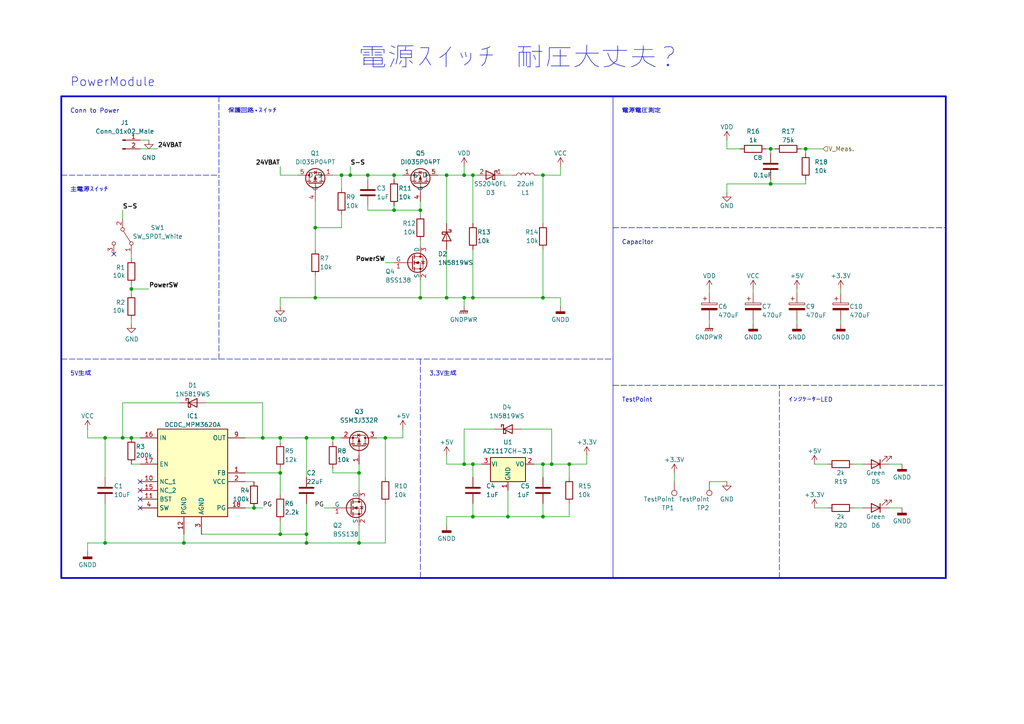
<source format=kicad_sch>
(kicad_sch (version 20230121) (generator eeschema)
  (paper "A4")
  (lib_symbols
    (symbol "AON6411_1"
      (property "Reference" "Q" (at 5.08 1.905 0))
      (property "Value" "AON6411" (at 5.08 0 0))
      (symbol "AON6411_1_0_1"
        (polyline (pts (xy 0.254 0) (xy -2.54 0)))
        (polyline (pts (xy 0.254 1.905) (xy 0.254 -1.905)) (stroke (width 0.254)))
        (polyline (pts (xy 0.762 -1.27) (xy 0.762 -2.286)) (stroke (width 0.254)))
        (polyline (pts (xy 0.762 0.508) (xy 0.762 -0.508)) (stroke (width 0.254)))
        (polyline (pts (xy 0.762 2.286) (xy 0.762 1.27)) (stroke (width 0.254)))
        (polyline (pts (xy 2.54 2.54) (xy 2.54 1.778)))
        (polyline (pts (xy 2.54 -2.54) (xy 2.54 0) (xy 0.762 0)))
        (polyline (pts (xy 0.762 1.778) (xy 3.302 1.778) (xy 3.302 -1.778) (xy 0.762 -1.778)))
        (polyline (pts (xy 2.286 0) (xy 1.27 0.381) (xy 1.27 -0.381) (xy 2.286 0)) (fill (type outline)))
        (polyline (pts (xy 2.794 -0.508) (xy 2.921 -0.381) (xy 3.683 -0.381) (xy 3.81 -0.254)))
        (polyline (pts (xy 3.302 -0.381) (xy 2.921 0.254) (xy 3.683 0.254) (xy 3.302 -0.381)))
        (circle (center 1.651 0) (radius 2.794) (stroke (width 0.254)))
        (circle (center 2.54 -1.778) (radius 0.254) (fill (type outline)))
        (circle (center 2.54 1.778) (radius 0.254) (fill (type outline)))
      )
      (symbol "AON6411_1_1_1"
        (pin passive line (at 2.54 -5.08 90) (length 2.54) (name "S") (number "1"))
        (pin passive line (at 2.54 -5.08 90) (length 2.54) hide (name "S") (number "2"))
        (pin passive line (at 2.54 -5.08 90) (length 2.54) hide (name "S") (number "3"))
        (pin input line (at -5.08 0 0) (length 2.54) (name "G") (number "4"))
        (pin passive line (at 2.54 5.08 270) (length 2.54) (name "D") (number "5"))
      )
    )
    (symbol "Connector:Conn_01x02_Male" (pin_names (offset 1.016) hide)
      (property "Reference" "J" (at 0 2.54 0))
      (property "Value" "Conn_01x02_Male" (at 0 -5.08 0))
      (symbol "Conn_01x02_Male_1_1"
        (polyline (pts (xy 1.27 -2.54) (xy 0.8636 -2.54)) (stroke (width 0.1524)))
        (polyline (pts (xy 1.27 0) (xy 0.8636 0)) (stroke (width 0.1524)))
        (rectangle (start 0.8636 -2.413) (end 0 -2.667) (stroke (width 0.1524)) (fill (type outline)))
        (rectangle (start 0.8636 0.127) (end 0 -0.127) (stroke (width 0.1524)) (fill (type outline)))
        (pin passive line (at 5.08 0 180) (length 3.81) (name "Pin_1") (number "1"))
        (pin passive line (at 5.08 -2.54 180) (length 3.81) (name "Pin_2") (number "2"))
      )
    )
    (symbol "Connector:TestPoint" (pin_numbers hide) (pin_names (offset 0.762) hide)
      (property "Reference" "TP" (at 0 6.858 0))
      (property "Value" "TestPoint" (at 0 5.08 0))
      (symbol "TestPoint_0_1"
        (circle (center 0 3.302) (radius 0.762))
      )
      (symbol "TestPoint_1_1"
        (pin passive line (at 0 0 90) (length 2.54) (name "1") (number "1"))
      )
    )
    (symbol "D_Schottky_3" (pin_numbers hide) (pin_names (offset 1.016) hide)
      (property "Reference" "D" (at 0 2.54 0))
      (property "Value" "D_Schottky_3" (at 0 -2.54 0))
      (symbol "D_Schottky_3_0_1"
        (polyline (pts (xy 1.27 0) (xy -1.27 0)))
        (polyline (pts (xy 1.27 1.27) (xy 1.27 -1.27) (xy -1.27 0) (xy 1.27 1.27)) (stroke (width 0.254)))
        (polyline (pts (xy -1.905 0.635) (xy -1.905 1.27) (xy -1.27 1.27) (xy -1.27 -1.27) (xy -0.635 -1.27) (xy -0.635 -0.635)) (stroke (width 0.254)))
      )
      (symbol "D_Schottky_3_1_1"
        (pin passive line (at -3.81 0 0) (length 2.54) (name "K") (number "1"))
        (pin passive line (at 3.81 0 180) (length 2.54) (name "A") (number "2"))
      )
    )
    (symbol "Device:C" (pin_numbers hide) (pin_names (offset 0.254))
      (property "Reference" "C" (at 0.635 2.54 0))
      (property "Value" "C" (at 0.635 -2.54 0))
      (symbol "C_0_1"
        (polyline (pts (xy -2.032 -0.762) (xy 2.032 -0.762)) (stroke (width 0.508)))
        (polyline (pts (xy -2.032 0.762) (xy 2.032 0.762)) (stroke (width 0.508)))
      )
      (symbol "C_1_1"
        (pin passive line (at 0 3.81 270) (length 2.794) (name "~") (number "1"))
        (pin passive line (at 0 -3.81 90) (length 2.794) (name "~") (number "2"))
      )
    )
    (symbol "Device:C_Polarized" (pin_numbers hide) (pin_names (offset 0.254))
      (property "Reference" "C" (at 0.635 2.54 0))
      (property "Value" "C_Polarized" (at 0.635 -2.54 0))
      (symbol "C_Polarized_0_1"
        (rectangle (start -2.286 0.508) (end 2.286 1.016))
        (polyline (pts (xy -1.778 2.286) (xy -0.762 2.286)))
        (polyline (pts (xy -1.27 2.794) (xy -1.27 1.778)))
        (rectangle (start 2.286 -0.508) (end -2.286 -1.016) (fill (type outline)))
      )
      (symbol "C_Polarized_1_1"
        (pin passive line (at 0 3.81 270) (length 2.794) (name "~") (number "1"))
        (pin passive line (at 0 -3.81 90) (length 2.794) (name "~") (number "2"))
      )
    )
    (symbol "Device:D_Schottky" (pin_names (offset 1.016) hide)
      (property "Reference" "D" (at 0 2.54 0))
      (property "Value" "D_Schottky" (at 0 -2.54 0))
      (symbol "D_Schottky_0_1"
        (polyline (pts (xy 1.27 0) (xy -1.27 0)))
        (polyline (pts (xy 1.27 1.27) (xy 1.27 -1.27) (xy -1.27 0) (xy 1.27 1.27)) (stroke (width 0.254)))
        (polyline (pts (xy -1.905 0.635) (xy -1.905 1.27) (xy -1.27 1.27) (xy -1.27 -1.27) (xy -0.635 -1.27) (xy -0.635 -0.635)) (stroke (width 0.254)))
      )
      (symbol "D_Schottky_1_1"
        (pin passive line (at -3.81 0 0) (length 2.54) (name "K") (number "1"))
        (pin passive line (at 3.81 0 180) (length 2.54) (name "A") (number "2"))
      )
    )
    (symbol "Device:L" (pin_numbers hide) (pin_names (offset 1.016) hide)
      (property "Reference" "L" (at -1.27 0 90))
      (property "Value" "L" (at 1.905 0 90))
      (symbol "L_0_1"
        (arc (start 0 -2.54) (mid 0.6323 -1.905) (end 0 -1.27))
        (arc (start 0 -1.27) (mid 0.6323 -0.635) (end 0 0))
        (arc (start 0 0) (mid 0.6323 0.635) (end 0 1.27))
        (arc (start 0 1.27) (mid 0.6323 1.905) (end 0 2.54))
      )
      (symbol "L_1_1"
        (pin passive line (at 0 3.81 270) (length 1.27) (name "1") (number "1"))
        (pin passive line (at 0 -3.81 90) (length 1.27) (name "2") (number "2"))
      )
    )
    (symbol "Device:LED" (pin_numbers hide) (pin_names (offset 1.016) hide)
      (property "Reference" "D" (at 0 2.54 0))
      (property "Value" "LED" (at 0 -2.54 0))
      (symbol "LED_0_1"
        (polyline (pts (xy -1.27 -1.27) (xy -1.27 1.27)) (stroke (width 0.254)))
        (polyline (pts (xy -1.27 0) (xy 1.27 0)))
        (polyline (pts (xy 1.27 -1.27) (xy 1.27 1.27) (xy -1.27 0) (xy 1.27 -1.27)) (stroke (width 0.254)))
        (polyline (pts (xy -3.048 -0.762) (xy -4.572 -2.286) (xy -3.81 -2.286) (xy -4.572 -2.286) (xy -4.572 -1.524)))
        (polyline (pts (xy -1.778 -0.762) (xy -3.302 -2.286) (xy -2.54 -2.286) (xy -3.302 -2.286) (xy -3.302 -1.524)))
      )
      (symbol "LED_1_1"
        (pin passive line (at -3.81 0 0) (length 2.54) (name "K") (number "1"))
        (pin passive line (at 3.81 0 180) (length 2.54) (name "A") (number "2"))
      )
    )
    (symbol "Device:Q_PMOS_GSD" (pin_names (offset 0) hide)
      (property "Reference" "Q" (at 5.08 1.27 0))
      (property "Value" "Q_PMOS_GSD" (at 5.08 -1.27 0))
      (symbol "Q_PMOS_GSD_0_1"
        (polyline (pts (xy 0.254 0) (xy -2.54 0)))
        (polyline (pts (xy 0.254 1.905) (xy 0.254 -1.905)) (stroke (width 0.254)))
        (polyline (pts (xy 0.762 -1.27) (xy 0.762 -2.286)) (stroke (width 0.254)))
        (polyline (pts (xy 0.762 0.508) (xy 0.762 -0.508)) (stroke (width 0.254)))
        (polyline (pts (xy 0.762 2.286) (xy 0.762 1.27)) (stroke (width 0.254)))
        (polyline (pts (xy 2.54 2.54) (xy 2.54 1.778)))
        (polyline (pts (xy 2.54 -2.54) (xy 2.54 0) (xy 0.762 0)))
        (polyline (pts (xy 0.762 1.778) (xy 3.302 1.778) (xy 3.302 -1.778) (xy 0.762 -1.778)))
        (polyline (pts (xy 2.286 0) (xy 1.27 0.381) (xy 1.27 -0.381) (xy 2.286 0)) (fill (type outline)))
        (polyline (pts (xy 2.794 -0.508) (xy 2.921 -0.381) (xy 3.683 -0.381) (xy 3.81 -0.254)))
        (polyline (pts (xy 3.302 -0.381) (xy 2.921 0.254) (xy 3.683 0.254) (xy 3.302 -0.381)))
        (circle (center 1.651 0) (radius 2.794) (stroke (width 0.254)))
        (circle (center 2.54 -1.778) (radius 0.254) (fill (type outline)))
        (circle (center 2.54 1.778) (radius 0.254) (fill (type outline)))
      )
      (symbol "Q_PMOS_GSD_1_1"
        (pin input line (at -5.08 0 0) (length 2.54) (name "G") (number "1"))
        (pin passive line (at 2.54 -5.08 90) (length 2.54) (name "S") (number "2"))
        (pin passive line (at 2.54 5.08 270) (length 2.54) (name "D") (number "3"))
      )
    )
    (symbol "Device:R" (pin_numbers hide) (pin_names (offset 0))
      (property "Reference" "R" (at 2.032 0 90))
      (property "Value" "R" (at 0 0 90))
      (symbol "R_0_1"
        (rectangle (start -1.016 -2.54) (end 1.016 2.54) (stroke (width 0.254)))
      )
      (symbol "R_1_1"
        (pin passive line (at 0 3.81 270) (length 1.27) (name "~") (number "1"))
        (pin passive line (at 0 -3.81 90) (length 1.27) (name "~") (number "2"))
      )
    )
    (symbol "MyLibrary:DCDC_MPM3620A"
      (property "Reference" "IC" (at 6.35 5.08 0))
      (property "Value" "DCDC_MPM3620A" (at 6.35 2.54 0))
      (symbol "DCDC_MPM3620A_1_1"
        (rectangle (start 5.08 0) (end 25.4 -25.4) (stroke (width 0.254)) (fill (type background)))
        (pin passive line (at 30.48 -12.7 180) (length 5.08) (name "FB") (number "1"))
        (pin passive line (at 0 -15.24 0) (length 5.08) (name "NC_1") (number "10"))
        (pin passive line (at 0 -20.32 0) (length 5.08) (name "BST") (number "11"))
        (pin passive line (at 12.7 -30.48 90) (length 5.08) (name "PGND") (number "12"))
        (pin passive line (at 12.7 -30.48 90) (length 5.08) hide (name "PGND_2") (number "13"))
        (pin passive line (at 12.7 -30.48 90) (length 5.08) hide (name "PGND_3") (number "14"))
        (pin passive line (at 0 -17.78 0) (length 5.08) (name "NC_2") (number "15"))
        (pin passive line (at 0 -2.54 0) (length 5.08) (name "IN") (number "16"))
        (pin passive line (at 0 -10.16 0) (length 5.08) (name "EN") (number "17"))
        (pin passive line (at 30.48 -22.86 180) (length 5.08) (name "PG") (number "18"))
        (pin passive line (at 30.48 -15.24 180) (length 5.08) (name "VCC") (number "2"))
        (pin passive line (at 17.78 -30.48 90) (length 5.08) (name "AGND") (number "3"))
        (pin passive line (at 0 -22.86 0) (length 5.08) (name "SW") (number "4"))
        (pin passive line (at 30.48 -2.54 180) (length 5.08) (name "OUT") (number "9"))
      )
    )
    (symbol "Q_NMOS_GSD_1" (pin_names (offset 0))
      (property "Reference" "Q" (at 5.08 1.27 0))
      (property "Value" "Q_NMOS_GSD_1" (at 5.08 -1.27 0))
      (symbol "Q_NMOS_GSD_1_0_1"
        (polyline (pts (xy 0.254 0) (xy -2.54 0)))
        (polyline (pts (xy 0.254 1.905) (xy 0.254 -1.905)) (stroke (width 0.254)))
        (polyline (pts (xy 0.762 -1.27) (xy 0.762 -2.286)) (stroke (width 0.254)))
        (polyline (pts (xy 0.762 0.508) (xy 0.762 -0.508)) (stroke (width 0.254)))
        (polyline (pts (xy 0.762 2.286) (xy 0.762 1.27)) (stroke (width 0.254)))
        (polyline (pts (xy 2.54 2.54) (xy 2.54 1.778)))
        (polyline (pts (xy 2.54 -2.54) (xy 2.54 0) (xy 0.762 0)))
        (polyline (pts (xy 0.762 -1.778) (xy 3.302 -1.778) (xy 3.302 1.778) (xy 0.762 1.778)))
        (polyline (pts (xy 1.016 0) (xy 2.032 0.381) (xy 2.032 -0.381) (xy 1.016 0)) (fill (type outline)))
        (polyline (pts (xy 2.794 0.508) (xy 2.921 0.381) (xy 3.683 0.381) (xy 3.81 0.254)))
        (polyline (pts (xy 3.302 0.381) (xy 2.921 -0.254) (xy 3.683 -0.254) (xy 3.302 0.381)))
        (circle (center 1.651 0) (radius 2.794) (stroke (width 0.254)))
        (circle (center 2.54 -1.778) (radius 0.254) (fill (type outline)))
        (circle (center 2.54 1.778) (radius 0.254) (fill (type outline)))
      )
      (symbol "Q_NMOS_GSD_1_1_1"
        (pin input line (at -5.08 0 0) (length 2.54) (name "G") (number "1"))
        (pin passive line (at 2.54 -5.08 90) (length 2.54) (name "S") (number "2"))
        (pin passive line (at 2.54 5.08 270) (length 2.54) (name "D") (number "3"))
      )
    )
    (symbol "Regulator_Linear:AMS1117CD-3.3" (pin_names (offset 0.254))
      (property "Reference" "U" (at -3.81 3.175 0))
      (property "Value" "AMS1117CD-3.3" (at 0 3.175 0))
      (symbol "AMS1117CD-3.3_0_1"
        (rectangle (start -5.08 -5.08) (end 5.08 1.905) (stroke (width 0.254)) (fill (type background)))
      )
      (symbol "AMS1117CD-3.3_1_1"
        (pin power_in line (at 0 -7.62 90) (length 2.54) (name "GND") (number "1"))
        (pin power_out line (at 7.62 0 180) (length 2.54) (name "VO") (number "2"))
        (pin power_in line (at -7.62 0 0) (length 2.54) (name "VI") (number "3"))
      )
    )
    (symbol "Switch:SW_SPDT" (pin_names (offset 0) hide)
      (property "Reference" "SW" (at 0 4.318 0))
      (property "Value" "SW_SPDT" (at 0 -5.08 0))
      (symbol "SW_SPDT_0_0"
        (circle (center -2.032 0) (radius 0.508))
        (circle (center 2.032 -2.54) (radius 0.508))
      )
      (symbol "SW_SPDT_0_1"
        (polyline (pts (xy -1.524 0.254) (xy 1.651 2.286)))
        (circle (center 2.032 2.54) (radius 0.508))
      )
      (symbol "SW_SPDT_1_1"
        (pin passive line (at 5.08 2.54 180) (length 2.54) (name "A") (number "1"))
        (pin passive line (at -5.08 0 0) (length 2.54) (name "B") (number "2"))
        (pin passive line (at 5.08 -2.54 180) (length 2.54) (name "C") (number "3"))
      )
    )
    (symbol "Transistor_FET:AON6411"
      (property "Reference" "Q" (at 5.08 1.905 0))
      (property "Value" "AON6411" (at 5.08 0 0))
      (symbol "AON6411_0_1"
        (polyline (pts (xy 0.254 0) (xy -2.54 0)))
        (polyline (pts (xy 0.254 1.905) (xy 0.254 -1.905)) (stroke (width 0.254)))
        (polyline (pts (xy 0.762 -1.27) (xy 0.762 -2.286)) (stroke (width 0.254)))
        (polyline (pts (xy 0.762 0.508) (xy 0.762 -0.508)) (stroke (width 0.254)))
        (polyline (pts (xy 0.762 2.286) (xy 0.762 1.27)) (stroke (width 0.254)))
        (polyline (pts (xy 2.54 2.54) (xy 2.54 1.778)))
        (polyline (pts (xy 2.54 -2.54) (xy 2.54 0) (xy 0.762 0)))
        (polyline (pts (xy 0.762 1.778) (xy 3.302 1.778) (xy 3.302 -1.778) (xy 0.762 -1.778)))
        (polyline (pts (xy 2.286 0) (xy 1.27 0.381) (xy 1.27 -0.381) (xy 2.286 0)) (fill (type outline)))
        (polyline (pts (xy 2.794 -0.508) (xy 2.921 -0.381) (xy 3.683 -0.381) (xy 3.81 -0.254)))
        (polyline (pts (xy 3.302 -0.381) (xy 2.921 0.254) (xy 3.683 0.254) (xy 3.302 -0.381)))
        (circle (center 1.651 0) (radius 2.794) (stroke (width 0.254)))
        (circle (center 2.54 -1.778) (radius 0.254) (fill (type outline)))
        (circle (center 2.54 1.778) (radius 0.254) (fill (type outline)))
      )
      (symbol "AON6411_1_1"
        (pin passive line (at 2.54 -5.08 90) (length 2.54) (name "S") (number "1"))
        (pin passive line (at 2.54 -5.08 90) (length 2.54) hide (name "S") (number "2"))
        (pin passive line (at 2.54 -5.08 90) (length 2.54) hide (name "S") (number "3"))
        (pin input line (at -5.08 0 0) (length 2.54) (name "G") (number "4"))
        (pin passive line (at 2.54 5.08 270) (length 2.54) (name "D") (number "5"))
      )
    )
    (symbol "power:+3.3V" (power) (pin_names (offset 0))
      (property "Value" "+3.3V" (at 0 3.556 0))
      (symbol "+3.3V_0_1"
        (polyline (pts (xy -0.762 1.27) (xy 0 2.54)))
        (polyline (pts (xy 0 0) (xy 0 2.54)))
        (polyline (pts (xy 0 2.54) (xy 0.762 1.27)))
      )
      (symbol "+3.3V_1_1"
        (pin power_in line (at 0 0 90) (length 0) hide (name "+3.3V") (number "1"))
      )
    )
    (symbol "power:+5V" (power) (pin_names (offset 0))
      (property "Value" "+5V" (at 0 3.556 0))
      (symbol "+5V_0_1"
        (polyline (pts (xy -0.762 1.27) (xy 0 2.54)))
        (polyline (pts (xy 0 0) (xy 0 2.54)))
        (polyline (pts (xy 0 2.54) (xy 0.762 1.27)))
      )
      (symbol "+5V_1_1"
        (pin power_in line (at 0 0 90) (length 0) hide (name "+5V") (number "1"))
      )
    )
    (symbol "power:GND" (power) (pin_names (offset 0))
      (property "Value" "GND" (at 0 -3.81 0))
      (symbol "GND_0_1"
        (polyline (pts (xy 0 0) (xy 0 -1.27) (xy 1.27 -1.27) (xy 0 -2.54) (xy -1.27 -1.27) (xy 0 -1.27)))
      )
      (symbol "GND_1_1"
        (pin power_in line (at 0 0 270) (length 0) hide (name "GND") (number "1"))
      )
    )
    (symbol "power:GNDD" (power) (pin_names (offset 0))
      (property "Value" "GNDD" (at 0 -3.175 0))
      (symbol "GNDD_0_1"
        (rectangle (start -1.27 -1.524) (end 1.27 -2.032) (stroke (width 0.254)) (fill (type outline)))
        (polyline (pts (xy 0 0) (xy 0 -1.524)))
      )
      (symbol "GNDD_1_1"
        (pin power_in line (at 0 0 270) (length 0) hide (name "GNDD") (number "1"))
      )
    )
    (symbol "power:GNDPWR" (power) (pin_names (offset 0))
      (property "Value" "GNDPWR" (at 0 -3.302 0))
      (symbol "GNDPWR_0_1"
        (polyline (pts (xy 0 -1.27) (xy 0 0)))
        (polyline (pts (xy -1.016 -1.27) (xy -1.27 -2.032) (xy -1.27 -2.032)) (stroke (width 0.2032)))
        (polyline (pts (xy -0.508 -1.27) (xy -0.762 -2.032) (xy -0.762 -2.032)) (stroke (width 0.2032)))
        (polyline (pts (xy 0 -1.27) (xy -0.254 -2.032) (xy -0.254 -2.032)) (stroke (width 0.2032)))
        (polyline (pts (xy 0.508 -1.27) (xy 0.254 -2.032) (xy 0.254 -2.032)) (stroke (width 0.2032)))
        (polyline (pts (xy 1.016 -1.27) (xy -1.016 -1.27) (xy -1.016 -1.27)) (stroke (width 0.2032)))
        (polyline (pts (xy 1.016 -1.27) (xy 0.762 -2.032) (xy 0.762 -2.032) (xy 0.762 -2.032)) (stroke (width 0.2032)))
      )
      (symbol "GNDPWR_1_1"
        (pin power_in line (at 0 0 270) (length 0) hide (name "GNDPWR") (number "1"))
      )
    )
    (symbol "power:VCC" (power) (pin_names (offset 0))
      (property "Value" "VCC" (at 0 3.81 0))
      (symbol "VCC_0_1"
        (polyline (pts (xy -0.762 1.27) (xy 0 2.54)))
        (polyline (pts (xy 0 0) (xy 0 2.54)))
        (polyline (pts (xy 0 2.54) (xy 0.762 1.27)))
      )
      (symbol "VCC_1_1"
        (pin power_in line (at 0 0 90) (length 0) hide (name "VCC") (number "1"))
      )
    )
    (symbol "power:VDD" (power) (pin_names (offset 0))
      (property "Value" "VDD" (at 0 3.81 0))
      (symbol "VDD_0_1"
        (polyline (pts (xy -0.762 1.27) (xy 0 2.54)))
        (polyline (pts (xy 0 0) (xy 0 2.54)))
        (polyline (pts (xy 0 2.54) (xy 0.762 1.27)))
      )
      (symbol "VDD_1_1"
        (pin power_in line (at 0 0 90) (length 0) hide (name "VDD") (number "1"))
      )
    )
  )
  (junction (at 88.9 157.48))
  (junction (at 114.3 60.96))
  (junction (at 38.1 127))
  (junction (at 137.16 50.8))
  (junction (at 76.2 127))
  (junction (at 157.48 149.86))
  (junction (at 88.9 127))
  (junction (at 137.16 149.86))
  (junction (at 137.16 86.36))
  (junction (at 91.44 66.04))
  (junction (at 88.9 154.94))
  (junction (at 129.54 86.36))
  (junction (at 35.56 127))
  (junction (at 147.32 149.86))
  (junction (at 38.1 83.82))
  (junction (at 129.54 50.8))
  (junction (at 91.44 86.36))
  (junction (at 160.02 134.62))
  (junction (at 137.16 134.62))
  (junction (at 121.92 60.96))
  (junction (at 134.62 86.36))
  (junction (at 157.48 134.62))
  (junction (at 30.48 157.48))
  (junction (at 101.6 50.8))
  (junction (at 104.14 157.48))
  (junction (at 233.68 43.18))
  (junction (at 104.14 137.16))
  (junction (at 223.52 53.34))
  (junction (at 106.68 50.8))
  (junction (at 81.28 127))
  (junction (at 53.34 157.48))
  (junction (at 165.1 134.62))
  (junction (at 121.92 86.36))
  (junction (at 96.52 127))
  (junction (at 73.66 147.32))
  (junction (at 99.06 50.8))
  (junction (at 114.3 50.8))
  (junction (at 81.28 137.16))
  (junction (at 30.48 127))
  (junction (at 134.62 50.8))
  (junction (at 81.28 154.94))
  (junction (at 111.76 127))
  (junction (at 157.48 86.36))
  (junction (at 134.62 134.62))
  (junction (at 157.48 50.8))
  (junction (at 223.52 43.18))
  (no_connect (at 40.64 147.32))
  (no_connect (at 40.64 139.7))
  (no_connect (at 33.02 73.66))
  (no_connect (at 40.64 144.78))
  (no_connect (at 40.64 142.24))
  (wire (pts (xy 81.28 127) (xy 88.9 127)))
  (polyline (pts (xy 17.78 104.14) (xy 177.8 104.14)) (stroke (width 0) (type dash)))
  (wire (pts (xy 111.76 157.48) (xy 104.14 157.48)))
  (polyline (pts (xy 63.5 104.14) (xy 63.5 50.8)) (stroke (width 0) (type dash)))
  (wire (pts (xy 81.28 48.26) (xy 81.28 50.8)))
  (wire (pts (xy 99.06 50.8) (xy 99.06 54.61)))
  (wire (pts (xy 99.06 66.04) (xy 91.44 66.04)))
  (wire (pts (xy 157.48 50.8) (xy 162.56 50.8)))
  (wire (pts (xy 101.6 48.26) (xy 101.6 50.8)))
  (wire (pts (xy 106.68 50.8) (xy 106.68 52.07)))
  (wire (pts (xy 170.18 132.08) (xy 170.18 134.62)))
  (wire (pts (xy 38.1 127) (xy 40.64 127)))
  (wire (pts (xy 106.68 50.8) (xy 114.3 50.8)))
  (wire (pts (xy 157.48 134.62) (xy 160.02 134.62)))
  (wire (pts (xy 111.76 127) (xy 116.84 127)))
  (wire (pts (xy 96.52 137.16) (xy 104.14 137.16)))
  (wire (pts (xy 157.48 149.86) (xy 165.1 149.86)))
  (wire (pts (xy 104.14 134.62) (xy 104.14 137.16)))
  (wire (pts (xy 160.02 124.46) (xy 160.02 134.62)))
  (wire (pts (xy 71.12 137.16) (xy 81.28 137.16)))
  (wire (pts (xy 129.54 50.8) (xy 134.62 50.8)))
  (polyline (pts (xy 17.78 27.94) (xy 274.32 27.94)) (stroke (width 0.5) (type solid)))
  (wire (pts (xy 104.14 137.16) (xy 104.14 142.24)))
  (wire (pts (xy 73.66 147.32) (xy 76.2 147.32)))
  (wire (pts (xy 146.05 50.8) (xy 148.59 50.8)))
  (wire (pts (xy 137.16 134.62) (xy 137.16 138.43)))
  (wire (pts (xy 121.92 86.36) (xy 129.54 86.36)))
  (wire (pts (xy 114.3 60.96) (xy 121.92 60.96)))
  (wire (pts (xy 165.1 134.62) (xy 165.1 138.43)))
  (wire (pts (xy 53.34 157.48) (xy 88.9 157.48)))
  (wire (pts (xy 210.82 40.64) (xy 210.82 43.18)))
  (wire (pts (xy 96.52 50.8) (xy 99.06 50.8)))
  (wire (pts (xy 91.44 80.01) (xy 91.44 86.36)))
  (wire (pts (xy 71.12 139.7) (xy 73.66 139.7)))
  (wire (pts (xy 210.82 43.18) (xy 214.63 43.18)))
  (wire (pts (xy 134.62 86.36) (xy 137.16 86.36)))
  (wire (pts (xy 127 50.8) (xy 129.54 50.8)))
  (wire (pts (xy 99.06 62.23) (xy 99.06 66.04)))
  (wire (pts (xy 109.22 127) (xy 111.76 127)))
  (wire (pts (xy 30.48 146.05) (xy 30.48 157.48)))
  (wire (pts (xy 114.3 50.8) (xy 116.84 50.8)))
  (wire (pts (xy 25.4 157.48) (xy 25.4 160.02)))
  (wire (pts (xy 129.54 72.39) (xy 129.54 86.36)))
  (wire (pts (xy 157.48 72.39) (xy 157.48 86.36)))
  (wire (pts (xy 232.41 43.18) (xy 233.68 43.18)))
  (wire (pts (xy 71.12 127) (xy 76.2 127)))
  (wire (pts (xy 81.28 135.89) (xy 81.28 137.16)))
  (wire (pts (xy 218.44 92.71) (xy 218.44 93.98)))
  (wire (pts (xy 165.1 134.62) (xy 170.18 134.62)))
  (wire (pts (xy 165.1 146.05) (xy 165.1 149.86)))
  (wire (pts (xy 88.9 127) (xy 96.52 127)))
  (wire (pts (xy 40.64 40.64) (xy 43.18 40.64)))
  (wire (pts (xy 137.16 50.8) (xy 134.62 50.8)))
  (wire (pts (xy 35.56 127) (xy 38.1 127)))
  (polyline (pts (xy 177.8 27.94) (xy 177.8 167.64)) (stroke (width 0) (type solid)))
  (wire (pts (xy 59.69 116.84) (xy 76.2 116.84)))
  (wire (pts (xy 236.22 147.32) (xy 240.03 147.32)))
  (wire (pts (xy 116.84 124.46) (xy 116.84 127)))
  (wire (pts (xy 137.16 86.36) (xy 157.48 86.36)))
  (wire (pts (xy 147.32 149.86) (xy 157.48 149.86)))
  (wire (pts (xy 223.52 44.45) (xy 223.52 43.18)))
  (polyline (pts (xy 274.32 167.64) (xy 17.78 167.64)) (stroke (width 0.5) (type solid)))
  (wire (pts (xy 114.3 59.69) (xy 114.3 60.96)))
  (wire (pts (xy 134.62 124.46) (xy 134.62 134.62)))
  (wire (pts (xy 111.76 146.05) (xy 111.76 157.48)))
  (wire (pts (xy 223.52 43.18) (xy 224.79 43.18)))
  (wire (pts (xy 210.82 55.88) (xy 210.82 53.34)))
  (wire (pts (xy 162.56 86.36) (xy 162.56 88.9)))
  (wire (pts (xy 243.84 92.71) (xy 243.84 93.98)))
  (wire (pts (xy 88.9 157.48) (xy 104.14 157.48)))
  (wire (pts (xy 151.13 124.46) (xy 160.02 124.46)))
  (wire (pts (xy 106.68 59.69) (xy 106.68 60.96)))
  (wire (pts (xy 223.52 53.34) (xy 233.68 53.34)))
  (wire (pts (xy 88.9 154.94) (xy 88.9 157.48)))
  (wire (pts (xy 162.56 48.26) (xy 162.56 50.8)))
  (wire (pts (xy 81.28 151.13) (xy 81.28 154.94)))
  (wire (pts (xy 81.28 154.94) (xy 88.9 154.94)))
  (wire (pts (xy 137.16 50.8) (xy 137.16 64.77)))
  (wire (pts (xy 223.52 43.18) (xy 222.25 43.18)))
  (wire (pts (xy 233.68 52.07) (xy 233.68 53.34)))
  (polyline (pts (xy 226.06 167.64) (xy 226.06 111.76)) (stroke (width 0) (type dash)))
  (wire (pts (xy 25.4 127) (xy 30.48 127)))
  (wire (pts (xy 129.54 86.36) (xy 134.62 86.36)))
  (wire (pts (xy 96.52 127) (xy 96.52 128.27)))
  (wire (pts (xy 53.34 154.94) (xy 53.34 157.48)))
  (wire (pts (xy 25.4 127) (xy 25.4 124.46)))
  (wire (pts (xy 129.54 50.8) (xy 129.54 64.77)))
  (wire (pts (xy 30.48 127) (xy 35.56 127)))
  (wire (pts (xy 134.62 134.62) (xy 137.16 134.62)))
  (wire (pts (xy 38.1 82.55) (xy 38.1 83.82)))
  (wire (pts (xy 233.68 43.18) (xy 238.76 43.18)))
  (polyline (pts (xy 177.8 66.04) (xy 274.32 66.04)) (stroke (width 0) (type dash)))
  (wire (pts (xy 210.82 53.34) (xy 223.52 53.34)))
  (wire (pts (xy 147.32 142.24) (xy 147.32 149.86)))
  (wire (pts (xy 218.44 83.82) (xy 218.44 85.09)))
  (wire (pts (xy 257.81 134.62) (xy 261.62 134.62)))
  (wire (pts (xy 88.9 154.94) (xy 88.9 146.05)))
  (polyline (pts (xy 63.5 27.94) (xy 63.5 50.8)) (stroke (width 0) (type dash)))
  (wire (pts (xy 121.92 60.96) (xy 121.92 62.23)))
  (wire (pts (xy 104.14 152.4) (xy 104.14 157.48)))
  (wire (pts (xy 96.52 127) (xy 99.06 127)))
  (wire (pts (xy 121.92 58.42) (xy 121.92 60.96)))
  (wire (pts (xy 35.56 116.84) (xy 52.07 116.84)))
  (wire (pts (xy 129.54 149.86) (xy 129.54 152.4)))
  (wire (pts (xy 134.62 48.26) (xy 134.62 50.8)))
  (wire (pts (xy 30.48 157.48) (xy 53.34 157.48)))
  (wire (pts (xy 88.9 127) (xy 88.9 138.43)))
  (wire (pts (xy 38.1 73.66) (xy 38.1 74.93)))
  (wire (pts (xy 38.1 83.82) (xy 38.1 85.09)))
  (wire (pts (xy 243.84 83.82) (xy 243.84 85.09)))
  (wire (pts (xy 231.14 83.82) (xy 231.14 85.09)))
  (wire (pts (xy 43.18 83.82) (xy 38.1 83.82)))
  (wire (pts (xy 114.3 50.8) (xy 114.3 52.07)))
  (wire (pts (xy 40.64 43.18) (xy 45.72 43.18)))
  (wire (pts (xy 76.2 127) (xy 81.28 127)))
  (wire (pts (xy 93.98 147.32) (xy 96.52 147.32)))
  (wire (pts (xy 205.74 92.71) (xy 205.74 93.98)))
  (wire (pts (xy 236.22 134.62) (xy 240.03 134.62)))
  (wire (pts (xy 96.52 135.89) (xy 96.52 137.16)))
  (wire (pts (xy 129.54 149.86) (xy 137.16 149.86)))
  (wire (pts (xy 81.28 50.8) (xy 86.36 50.8)))
  (polyline (pts (xy 121.92 104.14) (xy 121.92 167.64)) (stroke (width 0) (type dash)))
  (wire (pts (xy 195.58 137.16) (xy 195.58 139.7)))
  (wire (pts (xy 231.14 92.71) (xy 231.14 93.98)))
  (wire (pts (xy 101.6 50.8) (xy 106.68 50.8)))
  (wire (pts (xy 160.02 134.62) (xy 165.1 134.62)))
  (wire (pts (xy 223.52 52.07) (xy 223.52 53.34)))
  (wire (pts (xy 137.16 134.62) (xy 139.7 134.62)))
  (wire (pts (xy 129.54 134.62) (xy 134.62 134.62)))
  (wire (pts (xy 111.76 76.2) (xy 114.3 76.2)))
  (wire (pts (xy 205.74 83.82) (xy 205.74 85.09)))
  (wire (pts (xy 35.56 60.96) (xy 35.56 63.5)))
  (wire (pts (xy 91.44 86.36) (xy 121.92 86.36)))
  (wire (pts (xy 76.2 116.84) (xy 76.2 127)))
  (polyline (pts (xy 274.32 27.94) (xy 274.32 167.64)) (stroke (width 0.5) (type solid)))
  (wire (pts (xy 25.4 157.48) (xy 30.48 157.48)))
  (wire (pts (xy 156.21 50.8) (xy 157.48 50.8)))
  (wire (pts (xy 121.92 69.85) (xy 121.92 71.12)))
  (wire (pts (xy 38.1 134.62) (xy 40.64 134.62)))
  (wire (pts (xy 233.68 43.18) (xy 233.68 44.45)))
  (wire (pts (xy 91.44 66.04) (xy 91.44 72.39)))
  (wire (pts (xy 81.28 127) (xy 81.28 128.27)))
  (wire (pts (xy 205.74 139.7) (xy 210.82 139.7)))
  (polyline (pts (xy 226.06 111.76) (xy 274.32 111.76)) (stroke (width 0) (type dash)))
  (wire (pts (xy 154.94 134.62) (xy 157.48 134.62)))
  (wire (pts (xy 106.68 60.96) (xy 114.3 60.96)))
  (wire (pts (xy 257.81 147.32) (xy 261.62 147.32)))
  (wire (pts (xy 157.48 146.05) (xy 157.48 149.86)))
  (wire (pts (xy 137.16 149.86) (xy 147.32 149.86)))
  (wire (pts (xy 58.42 154.94) (xy 81.28 154.94)))
  (wire (pts (xy 91.44 86.36) (xy 81.28 86.36)))
  (wire (pts (xy 38.1 92.71) (xy 38.1 93.98)))
  (wire (pts (xy 162.56 86.36) (xy 157.48 86.36)))
  (wire (pts (xy 247.65 134.62) (xy 250.19 134.62)))
  (wire (pts (xy 137.16 72.39) (xy 137.16 86.36)))
  (wire (pts (xy 137.16 50.8) (xy 138.43 50.8)))
  (wire (pts (xy 247.65 147.32) (xy 250.19 147.32)))
  (wire (pts (xy 99.06 50.8) (xy 101.6 50.8)))
  (wire (pts (xy 157.48 50.8) (xy 157.48 64.77)))
  (wire (pts (xy 71.12 147.32) (xy 73.66 147.32)))
  (wire (pts (xy 81.28 86.36) (xy 81.28 88.9)))
  (wire (pts (xy 137.16 146.05) (xy 137.16 149.86)))
  (wire (pts (xy 121.92 81.28) (xy 121.92 86.36)))
  (wire (pts (xy 129.54 132.08) (xy 129.54 134.62)))
  (wire (pts (xy 111.76 127) (xy 111.76 138.43)))
  (wire (pts (xy 91.44 58.42) (xy 91.44 66.04)))
  (polyline (pts (xy 17.78 50.8) (xy 63.5 50.8)) (stroke (width 0) (type dash)))
  (wire (pts (xy 35.56 116.84) (xy 35.56 127)))
  (wire (pts (xy 30.48 138.43) (xy 30.48 127)))
  (wire (pts (xy 157.48 134.62) (xy 157.48 138.43)))
  (wire (pts (xy 81.28 137.16) (xy 81.28 143.51)))
  (wire (pts (xy 134.62 124.46) (xy 143.51 124.46)))
  (polyline (pts (xy 177.8 111.76) (xy 226.06 111.76)) (stroke (width 0) (type dash)))
  (polyline (pts (xy 17.78 167.64) (xy 17.78 27.94)) (stroke (width 0.5) (type solid)))
  (wire (pts (xy 134.62 88.9) (xy 134.62 86.36)))
  (text "インジケーターLED" (at 228.6 116.84 0) (effects (font (size 1.27 1.27)) (justify left bottom)))
  (text "電源電圧測定" (at 180.34 33.02 0) (effects (font (size 1.27 1.27)) (justify left bottom)))
  (text "主電源スイッチ" (at 20.32 55.88 0) (effects (font (size 1.27 1.27)) (justify left bottom)))
  (text "保護回路・スイッチ" (at 66.04 33.02 0) (effects (font (size 1.27 1.27)) (justify left bottom)))
  (text "3.3V生成" (at 124.46 109.22 0) (effects (font (size 1.27 1.27)) (justify left bottom)))
  (text "5V生成" (at 20.32 109.22 0) (effects (font (size 1.27 1.27)) (justify left bottom)))
  (text "電源スイッチ　耐圧大丈夫？" (at 104.14 20.32 0) (effects (font (size 5.56 5.56)) (justify left bottom)))
  (text "Conn to Power" (at 20.32 33.02 0) (effects (font (size 1.27 1.27)) (justify left bottom)))
  (text "TestPoint" (at 180.34 116.84 0) (effects (font (size 1.27 1.27)) (justify left bottom)))
  (text "Capacitor" (at 180.34 71.12 0) (effects (font (size 1.27 1.27)) (justify left bottom)))
  (text "PowerModule" (at 20.32 25.4 0) (effects (font (size 2.54 2.54)) (justify left bottom)))
  (label "PG" (at 76.2 147.32 0))
  (label "24VBAT" (at 45.72 43.18 0) (effects (font (thickness 0.254) bold)))
  (label "PowerSW" (at 43.18 83.82 0) (effects (font (thickness 0.254) bold)))
  (label "S-S" (at 35.56 60.96 0) (effects (font (thickness 0.254) bold)))
  (label "S-S" (at 101.6 48.26 0) (effects (font (thickness 0.254) bold)))
  (label "PowerSW" (at 111.76 76.2 180) (effects (font (thickness 0.254) bold)))
  (label "24VBAT" (at 81.28 48.26 180) (effects (font (thickness 0.254) bold)))
  (label "PG" (at 93.98 147.32 180))
  (hierarchical_label "V_Meas." (shape input) (at 238.76 43.18 0))
  (symbol (lib_id "Device:R") (at 114.3 55.88 0) (unit 1)
    (property "Reference" "R11" (at 115.57 54.61 0) (effects (justify left)))
    (property "Value" "10k" (at 115.57 57.15 0) (effects (justify left)))
    (property "Footprint" "Resistor_SMD:R_0402_1005Metric" (effects hide))
  )
  (symbol (lib_id "Device:R") (at 73.66 143.51 0) (mirror x) (unit 1)
    (property "Reference" "R4" (at 72.39 142.24 0) (effects (justify right)))
    (property "Value" "100k" (at 72.39 144.78 0) (effects (justify right)))
    (property "Footprint" "Resistor_SMD:R_0402_1005Metric" (effects hide))
  )
  (symbol (lib_id "Device:R") (at 81.28 147.32 180) (unit 1)
    (property "Reference" "R6" (at 82.55 146.05 0) (effects (justify right)))
    (property "Value" "2.2k" (at 82.55 148.59 0) (effects (justify right)))
    (property "Footprint" "Resistor_SMD:R_0402_1005Metric" (effects hide))
  )
  (symbol (lib_id "power:GND") (at 210.82 55.88 0) (unit 1)
    (property "Reference" "#PWR018" (effects hide))
    (property "Value" "GND" (at 210.82 59.69 0))
  )
  (symbol (lib_name "AON6411_1") (lib_id "Transistor_FET:AON6411") (at 121.92 53.34 270) (mirror x) (unit 1)
    (property "Reference" "Q5" (at 121.92 44.45 90))
    (property "Value" "DI035P04PT" (at 121.92 46.99 90))
    (property "Footprint" "MyLibrary:Package_TSON-Advance" (effects hide))
    (property "Datasheet" "http://www.aosmd.com/res/data_sheets/AON6411.pdf" (effects hide))
  )
  (symbol (lib_id "Connector:TestPoint") (at 195.58 139.7 180) (unit 1)
    (property "Reference" "TP1" (at 195.58 147.32 0) (effects (justify left)))
    (property "Value" "TestPoint" (at 195.58 144.78 0) (effects (justify left)))
    (property "Footprint" "TestPoint:TestPoint_THTPad_D2.0mm_Drill1.0mm" (effects hide))
  )
  (symbol (lib_id "power:+3.3V") (at 236.22 147.32 0) (unit 1)
    (property "Reference" "#PWR025" (effects hide))
    (property "Value" "+3.3V" (at 236.22 143.51 0))
  )
  (symbol (lib_id "Device:R") (at 137.16 68.58 0) (unit 1)
    (property "Reference" "R13" (at 138.43 67.31 0) (effects (justify left)))
    (property "Value" "10k" (at 138.43 69.85 0) (effects (justify left)))
    (property "Footprint" "Resistor_SMD:R_0402_1005Metric" (effects hide))
  )
  (symbol (lib_id "Device:R") (at 121.92 66.04 0) (mirror y) (unit 1)
    (property "Reference" "R12" (at 120.65 64.77 0) (effects (justify left)))
    (property "Value" "10k" (at 120.65 67.31 0) (effects (justify left)))
    (property "Footprint" "Resistor_SMD:R_0402_1005Metric" (effects hide))
  )
  (symbol (lib_id "Device:R") (at 157.48 68.58 0) (mirror y) (unit 1)
    (property "Reference" "R14" (at 156.21 67.31 0) (effects (justify left)))
    (property "Value" "10k" (at 156.21 69.85 0) (effects (justify left)))
    (property "Footprint" "Resistor_SMD:R_0402_1005Metric" (effects hide))
  )
  (symbol (lib_id "power:VCC") (at 162.56 48.26 0) (unit 1)
    (property "Reference" "#PWR011" (effects hide))
    (property "Value" "VCC" (at 162.56 44.45 0))
  )
  (symbol (lib_id "power:VDD") (at 205.74 83.82 0) (unit 1)
    (property "Reference" "#PWR015" (effects hide))
    (property "Value" "VDD" (at 205.74 80.01 0))
  )
  (symbol (lib_id "Device:C") (at 157.48 142.24 0) (mirror y) (unit 1)
    (property "Reference" "C5" (at 153.67 140.9699 0) (effects (justify left)))
    (property "Value" "1uF" (at 153.67 143.5099 0) (effects (justify left)))
    (property "Footprint" "Capacitor_SMD:C_0402_1005Metric" (effects hide))
  )
  (symbol (lib_id "power:VCC") (at 218.44 83.82 0) (unit 1)
    (property "Reference" "#PWR020" (effects hide))
    (property "Value" "VCC" (at 218.44 80.01 0))
  )
  (symbol (lib_id "Device:R") (at 228.6 43.18 90) (unit 1)
    (property "Reference" "R17" (at 228.6 38.1 90))
    (property "Value" "75k" (at 228.6 40.64 90))
    (property "Footprint" "Resistor_SMD:R_0603_1608Metric" (effects hide))
  )
  (symbol (lib_id "Device:R") (at 243.84 147.32 270) (mirror x) (unit 1)
    (property "Reference" "R20" (at 243.84 152.4 90))
    (property "Value" "2k" (at 243.84 149.86 90))
    (property "Footprint" "Resistor_SMD:R_0402_1005Metric" (effects hide))
  )
  (symbol (lib_id "power:+5V") (at 231.14 83.82 0) (unit 1)
    (property "Reference" "#PWR022" (effects hide))
    (property "Value" "+5V" (at 231.14 80.01 0))
  )
  (symbol (lib_id "Device:Q_PMOS_GSD") (at 104.14 129.54 270) (mirror x) (unit 1)
    (property "Reference" "Q3" (at 104.14 119.38 90))
    (property "Value" "SSM3J332R" (at 104.14 121.92 90))
    (property "Footprint" "Package_TO_SOT_SMD:SOT-23W" (effects hide))
  )
  (symbol (lib_id "Device:R") (at 81.28 132.08 180) (unit 1)
    (property "Reference" "R5" (at 82.55 130.81 0) (effects (justify right)))
    (property "Value" "12k" (at 82.55 133.35 0) (effects (justify right)))
    (property "Footprint" "Resistor_SMD:R_0402_1005Metric" (effects hide))
  )
  (symbol (lib_id "power:+5V") (at 236.22 134.62 0) (unit 1)
    (property "Reference" "#PWR024" (effects hide))
    (property "Value" "+5V" (at 236.22 130.81 0))
  )
  (symbol (lib_id "MyLibrary:DCDC_MPM3620A") (at 40.64 124.46 0) (unit 1)
    (property "Reference" "IC1" (at 55.88 120.65 0))
    (property "Value" "DCDC_MPM3620A" (at 55.88 123.19 0))
    (property "Footprint" "MyLibrary:DCDC_MPM3620A" (effects hide))
    (property "Datasheet" "http://www.monolithicpower.com/DesktopModules/DocumentManage/API/Document/getDocument?id=3961" (effects hide))
    (property "Height" "1.6" (effects hide))
    (property "Mouser Part Number" "946-MPM3620AGQV-Z" (effects hide))
    (property "Mouser Price/Stock" "https://www.mouser.co.uk/ProductDetail/Monolithic-Power-Systems-MPS/MPM3620AGQV-Z?qs=ZNK0BnemlqGJsP1og9mZvg%3D%3D" (effects hide))
    (property "Manufacturer_Name" "Monolithic Power Systems (MPS)" (effects hide))
    (property "Manufacturer_Part_Number" "MPM3620AGQV-Z" (effects hide))
  )
  (symbol (lib_id "power:GNDD") (at 261.62 134.62 0) (unit 1)
    (property "Reference" "#PWR028" (effects hide))
    (property "Value" "GNDD" (at 261.62 138.43 0))
  )
  (symbol (lib_id "power:+3.3V") (at 195.58 137.16 0) (unit 1)
    (property "Reference" "#PWR014" (effects hide))
    (property "Value" "+3.3V" (at 195.58 133.35 0))
  )
  (symbol (lib_id "power:+3.3V") (at 170.18 132.08 0) (unit 1)
    (property "Reference" "#PWR013" (effects hide))
    (property "Value" "+3.3V" (at 170.18 128.27 0))
  )
  (symbol (lib_id "Device:R") (at 91.44 76.2 0) (unit 1)
    (property "Reference" "R7" (at 92.71 74.93 0) (effects (justify left)))
    (property "Value" "10k" (at 92.71 77.47 0) (effects (justify left)))
    (property "Footprint" "Resistor_SMD:R_0402_1005Metric" (effects hide))
  )
  (symbol (lib_id "Device:D_Schottky") (at 142.24 50.8 0) (mirror y) (unit 1)
    (property "Reference" "D3" (at 142.24 55.88 0))
    (property "Value" "SS2040FL" (at 142.24 53.34 0))
    (property "Footprint" "Diode_SMD:D_SOD-123" (effects hide))
  )
  (symbol (lib_id "power:GNDD") (at 162.56 88.9 0) (unit 1)
    (property "Reference" "#PWR012" (effects hide))
    (property "Value" "GNDD" (at 162.56 92.71 0))
  )
  (symbol (lib_id "power:GNDD") (at 129.54 152.4 0) (unit 1)
    (property "Reference" "#PWR08" (effects hide))
    (property "Value" "GNDD" (at 129.54 156.21 0))
  )
  (symbol (lib_name "D_Schottky_3") (lib_id "Device:D_Schottky") (at 147.32 124.46 0) (unit 1)
    (property "Reference" "D4" (at 147.0025 118.11 0))
    (property "Value" "1N5819WS" (at 147.0025 120.65 0))
    (property "Footprint" "Diode_SMD:D_SOD-323_HandSoldering" (effects hide))
  )
  (symbol (lib_id "power:GND") (at 38.1 93.98 0) (unit 1)
    (property "Reference" "#PWR03" (effects hide))
    (property "Value" "GND" (at 38.227 98.3742 0))
  )
  (symbol (lib_id "Device:C") (at 88.9 142.24 0) (unit 1)
    (property "Reference" "C2" (at 88.9 137.16 0) (effects (justify left)))
    (property "Value" "22uF" (at 88.9 139.7 0) (effects (justify left)))
    (property "Footprint" "Capacitor_SMD:C_0805_2012Metric" (effects hide))
  )
  (symbol (lib_id "power:GNDD") (at 243.84 93.98 0) (unit 1)
    (property "Reference" "#PWR027" (effects hide))
    (property "Value" "GNDD" (at 243.84 97.79 0))
  )
  (symbol (lib_id "Device:R") (at 218.44 43.18 90) (unit 1)
    (property "Reference" "R16" (at 218.44 38.1 90))
    (property "Value" "1k" (at 218.44 40.64 90))
    (property "Footprint" "Resistor_SMD:R_0603_1608Metric" (effects hide))
  )
  (symbol (lib_name "Q_NMOS_GSD_1") (lib_id "Device:Q_NMOS_GSD") (at 119.38 76.2 0) (unit 1)
    (property "Reference" "Q4" (at 111.76 78.74 0) (effects (justify left)))
    (property "Value" "BSS138" (at 111.76 81.28 0) (effects (justify left)))
    (property "Footprint" "Package_TO_SOT_SMD:SOT-23" (effects hide))
  )
  (symbol (lib_id "Device:C_Polarized") (at 243.84 88.9 0) (unit 1)
    (property "Reference" "C10" (at 246.38 88.9 0) (effects (justify left)))
    (property "Value" "470uF" (at 246.38 91.44 0) (effects (justify left)))
    (property "Footprint" "Capacitor_SMD:C_Elec_8x10.2" (effects hide))
  )
  (symbol (lib_name "D_Schottky_3") (lib_id "Device:D_Schottky") (at 129.54 68.58 270) (unit 1)
    (property "Reference" "D2" (at 127 73.66 90) (effects (justify left)))
    (property "Value" "1N5819WS" (at 127 76.2 90) (effects (justify left)))
    (property "Footprint" "Diode_SMD:D_SOD-323_HandSoldering" (effects hide))
  )
  (symbol (lib_id "power:GNDD") (at 218.44 93.98 0) (unit 1)
    (property "Reference" "#PWR021" (effects hide))
    (property "Value" "GNDD" (at 218.44 97.79 0))
  )
  (symbol (lib_id "Device:LED") (at 254 147.32 180) (unit 1)
    (property "Reference" "D6" (at 254 152.4 0))
    (property "Value" "Green" (at 254 149.86 0))
    (property "Footprint" "LED_SMD:LED_0603_1608Metric_Pad1.05x0.95mm_HandSolder" (effects hide))
  )
  (symbol (lib_id "power:GND") (at 210.82 139.7 0) (unit 1)
    (property "Reference" "#PWR019" (effects hide))
    (property "Value" "GND" (at 210.82 144.78 0))
  )
  (symbol (lib_id "Device:L") (at 152.4 50.8 90) (unit 1)
    (property "Reference" "L1" (at 152.4 55.88 90))
    (property "Value" "22uH" (at 152.4 53.34 90))
    (property "Footprint" "MyLibrary:Inductor_CDPH4D19F" (effects hide))
  )
  (symbol (lib_id "Device:R") (at 165.1 142.24 180) (unit 1)
    (property "Reference" "R15" (at 167.64 140.9699 0) (effects (justify right)))
    (property "Value" "10k" (at 167.64 143.5099 0) (effects (justify right)))
    (property "Footprint" "Resistor_SMD:R_0402_1005Metric" (effects hide))
  )
  (symbol (lib_name "Q_NMOS_GSD_1") (lib_id "Device:Q_NMOS_GSD") (at 101.6 147.32 0) (unit 1)
    (property "Reference" "Q2" (at 96.52 152.4 0) (effects (justify left)))
    (property "Value" "BSS138" (at 96.52 154.94 0) (effects (justify left)))
    (property "Footprint" "Package_TO_SOT_SMD:SOT-23" (effects hide))
  )
  (symbol (lib_id "Switch:SW_SPDT") (at 35.56 68.58 270) (unit 1)
    (property "Reference" "SW1" (at 45.72 66.04 90))
    (property "Value" "SW_SPDT_White" (at 45.72 68.58 90))
    (property "Footprint" "MyLibrary:SW_Slide_SPDT_White" (effects hide))
  )
  (symbol (lib_id "Device:C") (at 106.68 55.88 0) (unit 1)
    (property "Reference" "C3" (at 109.22 54.61 0) (effects (justify left)))
    (property "Value" "1uF" (at 109.22 57.15 0) (effects (justify left)))
    (property "Footprint" "Capacitor_SMD:C_0402_1005Metric" (effects hide))
  )
  (symbol (lib_name "D_Schottky_3") (lib_id "Device:D_Schottky") (at 55.88 116.84 0) (unit 1)
    (property "Reference" "D1" (at 55.88 111.76 0))
    (property "Value" "1N5819WS" (at 55.88 114.3 0))
    (property "Footprint" "Diode_SMD:D_SOD-323_HandSoldering" (effects hide))
  )
  (symbol (lib_id "Connector:TestPoint") (at 205.74 139.7 180) (unit 1)
    (property "Reference" "TP2" (at 205.74 147.32 0) (effects (justify left)))
    (property "Value" "TestPoint" (at 205.74 144.78 0) (effects (justify left)))
    (property "Footprint" "TestPoint:TestPoint_THTPad_D2.0mm_Drill1.0mm" (effects hide))
  )
  (symbol (lib_id "Device:R") (at 96.52 132.08 0) (unit 1)
    (property "Reference" "R8" (at 97.79 130.81 0) (effects (justify left)))
    (property "Value" "10k" (at 97.79 133.35 0) (effects (justify left)))
    (property "Footprint" "Resistor_SMD:R_0402_1005Metric" (effects hide))
  )
  (symbol (lib_id "Connector:Conn_01x02_Male") (at 35.56 40.64 0) (unit 1)
    (property "Reference" "J1" (at 36.195 35.56 0))
    (property "Value" "Conn_01x02_Male" (at 36.195 38.1 0))
    (property "Footprint" "Connector_Molex:Molex_SPOX_5268-02A_1x02_P2.50mm_Horizontal" (effects hide))
  )
  (symbol (lib_id "power:VCC") (at 25.4 124.46 0) (unit 1)
    (property "Reference" "#PWR01" (effects hide))
    (property "Value" "VCC" (at 25.4 120.65 0))
  )
  (symbol (lib_id "Device:R") (at 243.84 134.62 270) (mirror x) (unit 1)
    (property "Reference" "R19" (at 243.84 139.7 90))
    (property "Value" "2k" (at 243.84 137.16 90))
    (property "Footprint" "Resistor_SMD:R_0402_1005Metric" (effects hide))
  )
  (symbol (lib_id "Device:R") (at 38.1 88.9 0) (mirror y) (unit 1)
    (property "Reference" "R2" (at 36.322 87.7316 0) (effects (justify left)))
    (property "Value" "10k" (at 36.322 90.043 0) (effects (justify left)))
    (property "Footprint" "Resistor_SMD:R_0402_1005Metric" (effects hide))
  )
  (symbol (lib_id "Device:C") (at 223.52 48.26 0) (unit 1)
    (property "Reference" "C8" (at 218.44 45.72 0) (effects (justify left)))
    (property "Value" "0.1uF" (at 218.44 50.8 0) (effects (justify left)))
    (property "Footprint" "Capacitor_SMD:C_0603_1608Metric" (effects hide))
  )
  (symbol (lib_id "Device:C") (at 30.48 142.24 0) (unit 1)
    (property "Reference" "C1" (at 33.02 140.97 0) (effects (justify left)))
    (property "Value" "10uF" (at 33.02 143.51 0) (effects (justify left)))
    (property "Footprint" "Capacitor_SMD:C_1206_3216Metric" (effects hide))
  )
  (symbol (lib_id "Device:C_Polarized") (at 231.14 88.9 0) (unit 1)
    (property "Reference" "C9" (at 233.68 88.9 0) (effects (justify left)))
    (property "Value" "470uF" (at 233.68 91.44 0) (effects (justify left)))
    (property "Footprint" "Capacitor_SMD:C_Elec_8x10.2" (effects hide))
  )
  (symbol (lib_id "Device:C_Polarized") (at 205.74 88.9 0) (unit 1)
    (property "Reference" "C6" (at 208.28 88.9 0) (effects (justify left)))
    (property "Value" "470uF" (at 208.28 91.44 0) (effects (justify left)))
    (property "Footprint" "Capacitor_SMD:C_Elec_8x10.2" (effects hide))
  )
  (symbol (lib_id "Device:C") (at 137.16 142.24 0) (unit 1)
    (property "Reference" "C4" (at 140.97 140.9699 0) (effects (justify left)))
    (property "Value" "1uF" (at 140.97 143.5099 0) (effects (justify left)))
    (property "Footprint" "Capacitor_SMD:C_0402_1005Metric" (effects hide))
  )
  (symbol (lib_id "Device:R") (at 233.68 48.26 0) (unit 1)
    (property "Reference" "R18" (at 236.22 46.9899 0) (effects (justify left)))
    (property "Value" "10k" (at 236.22 49.5299 0) (effects (justify left)))
    (property "Footprint" "Resistor_SMD:R_0603_1608Metric" (effects hide))
  )
  (symbol (lib_id "Device:C_Polarized") (at 218.44 88.9 0) (unit 1)
    (property "Reference" "C7" (at 220.98 88.9 0) (effects (justify left)))
    (property "Value" "470uF" (at 220.98 91.44 0) (effects (justify left)))
    (property "Footprint" "Capacitor_SMD:C_Elec_8x10.2" (effects hide))
  )
  (symbol (lib_id "power:GNDD") (at 231.14 93.98 0) (unit 1)
    (property "Reference" "#PWR023" (effects hide))
    (property "Value" "GNDD" (at 231.14 97.79 0))
  )
  (symbol (lib_id "power:GNDD") (at 25.4 160.02 0) (unit 1)
    (property "Reference" "#PWR02" (effects hide))
    (property "Value" "GNDD" (at 25.4 163.83 0))
  )
  (symbol (lib_id "Transistor_FET:AON6411") (at 91.44 53.34 90) (unit 1)
    (property "Reference" "Q1" (at 91.44 44.45 90))
    (property "Value" "DI035P04PT" (at 91.44 46.99 90))
    (property "Footprint" "MyLibrary:Package_TSON-Advance" (effects hide))
    (property "Datasheet" "http://www.aosmd.com/res/data_sheets/AON6411.pdf" (effects hide))
  )
  (symbol (lib_id "Regulator_Linear:AMS1117CD-3.3") (at 147.32 134.62 0) (unit 1)
    (property "Reference" "U1" (at 147.32 128.27 0))
    (property "Value" "AZ1117CH-3.3" (at 147.32 130.81 0))
    (property "Footprint" "Package_TO_SOT_SMD:SOT-223-3_TabPin2" (effects hide))
    (property "Datasheet" "http://www.advanced-monolithic.com/pdf/ds1117.pdf" (effects hide))
  )
  (symbol (lib_id "power:VDD") (at 210.82 40.64 0) (unit 1)
    (property "Reference" "#PWR017" (effects hide))
    (property "Value" "VDD" (at 210.82 36.83 0))
  )
  (symbol (lib_id "Device:LED") (at 254 134.62 180) (unit 1)
    (property "Reference" "D5" (at 254 139.7 0))
    (property "Value" "Green" (at 254 137.16 0))
    (property "Footprint" "LED_SMD:LED_0603_1608Metric_Pad1.05x0.95mm_HandSolder" (effects hide))
  )
  (symbol (lib_id "Device:R") (at 111.76 142.24 180) (unit 1)
    (property "Reference" "R10" (at 114.3 140.9699 0) (effects (justify right)))
    (property "Value" "10k" (at 114.3 143.5099 0) (effects (justify right)))
    (property "Footprint" "Resistor_SMD:R_0402_1005Metric" (effects hide))
  )
  (symbol (lib_id "power:GNDD") (at 261.62 147.32 0) (unit 1)
    (property "Reference" "#PWR029" (effects hide))
    (property "Value" "GNDD" (at 261.62 151.13 0))
  )
  (symbol (lib_id "Device:R") (at 38.1 78.74 0) (mirror y) (unit 1)
    (property "Reference" "R1" (at 36.322 77.5716 0) (effects (justify left)))
    (property "Value" "10k" (at 36.322 79.883 0) (effects (justify left)))
    (property "Footprint" "Resistor_SMD:R_0402_1005Metric" (effects hide))
  )
  (symbol (lib_id "power:GNDPWR") (at 134.62 88.9 0) (unit 1)
    (property "Reference" "#PWR010" (effects hide))
    (property "Value" "GNDPWR" (at 134.493 92.71 0))
  )
  (symbol (lib_id "power:VDD") (at 134.62 48.26 0) (unit 1)
    (property "Reference" "#PWR09" (effects hide))
    (property "Value" "VDD" (at 134.62 44.45 0))
  )
  (symbol (lib_id "power:+3.3V") (at 243.84 83.82 0) (unit 1)
    (property "Reference" "#PWR026" (effects hide))
    (property "Value" "+3.3V" (at 243.84 80.01 0))
  )
  (symbol (lib_id "power:GND") (at 81.28 88.9 0) (unit 1)
    (property "Reference" "#PWR05" (effects hide))
    (property "Value" "GND" (at 81.28 92.71 0))
  )
  (symbol (lib_id "power:GND") (at 43.18 40.64 0) (unit 1)
    (property "Reference" "#PWR04" (effects hide))
    (property "Value" "GND" (at 43.18 45.72 0))
  )
  (symbol (lib_id "power:+5V") (at 116.84 124.46 0) (unit 1)
    (property "Reference" "#PWR06" (effects hide))
    (property "Value" "+5V" (at 116.84 120.65 0))
  )
  (symbol (lib_id "power:GNDPWR") (at 205.74 93.98 0) (unit 1)
    (property "Reference" "#PWR016" (effects hide))
    (property "Value" "GNDPWR" (at 205.613 97.79 0))
  )
  (symbol (lib_id "power:+5V") (at 129.54 132.08 0) (unit 1)
    (property "Reference" "#PWR07" (effects hide))
    (property "Value" "+5V" (at 129.54 128.27 0))
  )
  (symbol (lib_id "Device:R") (at 38.1 130.81 180) (unit 1)
    (property "Reference" "R3" (at 39.37 129.54 0) (effects (justify right)))
    (property "Value" "200k" (at 39.37 132.08 0) (effects (justify right)))
    (property "Footprint" "Resistor_SMD:R_0402_1005Metric" (effects hide))
  )
  (symbol (lib_id "Device:R") (at 99.06 58.42 0) (unit 1)
    (property "Reference" "R9" (at 100.33 57.15 0) (effects (justify left)))
    (property "Value" "10k" (at 100.33 59.69 0) (effects (justify left)))
    (property "Footprint" "Resistor_SMD:R_0402_1005Metric" (effects hide))
  )
)
</source>
